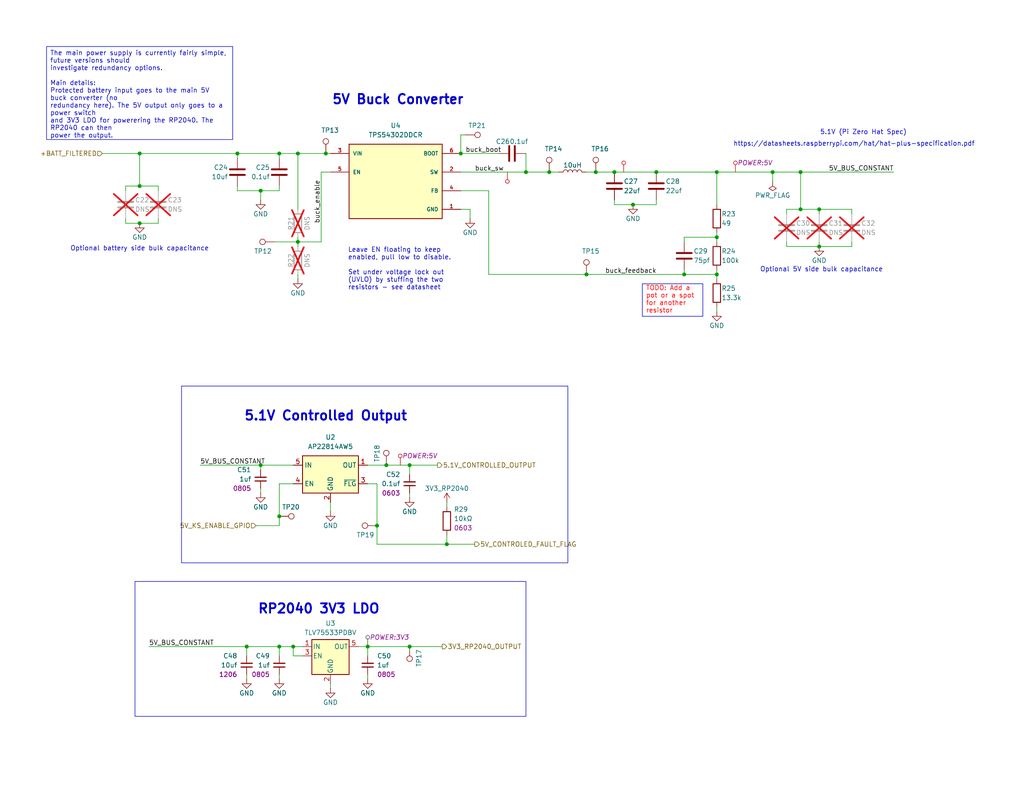
<source format=kicad_sch>
(kicad_sch (version 20250114) (generator "eeschema") (generator_version "9.0")
  (paper "A")
  (lib_symbols
    (symbol "Connector:TestPoint" (pin_numbers (hide yes)) (pin_names (offset 0.762) (hide yes))
      (property "Reference" "TP" (at 0 6.858 0))
      (property "Value" "TestPoint" (at 0 5.08 0))
      (symbol "TestPoint_0_1"
        (circle (center 0 3.302) (radius 0.762))
      )
      (symbol "TestPoint_1_1"
        (pin passive line (at 0 0 90) (length 2.54) (name "1") (number "1"))
      )
    )
    (symbol "Device:C" (pin_numbers (hide yes)) (pin_names (offset 0.254))
      (property "Reference" "C" (at 0.635 2.54 0))
      (property "Value" "C" (at 0.635 -2.54 0))
      (symbol "C_0_1"
        (polyline (pts (xy -2.032 0.762) (xy 2.032 0.762)) (stroke (width 0.508)))
        (polyline (pts (xy -2.032 -0.762) (xy 2.032 -0.762)) (stroke (width 0.508)))
      )
      (symbol "C_1_1"
        (pin passive line (at 0 3.81 270) (length 2.794) (name "~") (number "1"))
        (pin passive line (at 0 -3.81 90) (length 2.794) (name "~") (number "2"))
      )
    )
    (symbol "Device:C_Small" (pin_numbers (hide yes)) (pin_names (offset 0.254) (hide yes))
      (property "Reference" "C" (at 0.254 1.778 0))
      (property "Value" "C_Small" (at 0.254 -2.032 0))
      (symbol "C_Small_0_1"
        (polyline (pts (xy -1.524 0.508) (xy 1.524 0.508)) (stroke (width 0.3048)))
        (polyline (pts (xy -1.524 -0.508) (xy 1.524 -0.508)) (stroke (width 0.3302)))
      )
      (symbol "C_Small_1_1"
        (pin passive line (at 0 2.54 270) (length 2.032) (name "~") (number "1"))
        (pin passive line (at 0 -2.54 90) (length 2.032) (name "~") (number "2"))
      )
    )
    (symbol "Device:L" (pin_numbers (hide yes)) (pin_names (offset 1.016) (hide yes))
      (property "Reference" "L" (at -1.27 0 90))
      (property "Value" "L" (at 1.905 0 90))
      (symbol "L_0_1"
        (arc (start 0 2.54) (mid 0.6323 1.905) (end 0 1.27))
        (arc (start 0 1.27) (mid 0.6323 0.635) (end 0 0))
        (arc (start 0 0) (mid 0.6323 -0.635) (end 0 -1.27))
        (arc (start 0 -1.27) (mid 0.6323 -1.905) (end 0 -2.54))
      )
      (symbol "L_1_1"
        (pin passive line (at 0 3.81 270) (length 1.27) (name "1") (number "1"))
        (pin passive line (at 0 -3.81 90) (length 1.27) (name "2") (number "2"))
      )
    )
    (symbol "Device:R" (pin_numbers (hide yes)) (pin_names (offset 0))
      (property "Reference" "R" (at 2.032 0 90))
      (property "Value" "R" (at 0 0 90))
      (symbol "R_0_1"
        (rectangle (start -1.016 -2.54) (end 1.016 2.54) (stroke (width 0.254)))
      )
      (symbol "R_1_1"
        (pin passive line (at 0 3.81 270) (length 1.27) (name "~") (number "1"))
        (pin passive line (at 0 -3.81 90) (length 1.27) (name "~") (number "2"))
      )
    )
    (symbol "Power_Management:AP22814AW5"
      (property "Reference" "U" (at -7.62 -6.35 0))
      (property "Value" "AP22814AW5" (at -7.62 6.35 0))
      (symbol "AP22814AW5_0_1"
        (rectangle (start -7.62 5.08) (end 7.62 -5.08) (stroke (width 0.254)) (fill (type background)))
      )
      (symbol "AP22814AW5_1_1"
        (pin power_in line (at -10.16 2.54 0) (length 2.54) (name "IN") (number "5"))
        (pin input line (at -10.16 -2.54 0) (length 2.54) (name "EN") (number "4"))
        (pin power_in line (at 0 -7.62 90) (length 2.54) (name "GND") (number "2"))
        (pin power_out line (at 10.16 2.54 180) (length 2.54) (name "OUT") (number "1"))
        (pin open_collector line (at 10.16 -2.54 180) (length 2.54) (name "~{FLG}") (number "3"))
      )
    )
    (symbol "Regulator_Linear:TLV75533PDBV" (pin_names (offset 0.254))
      (property "Reference" "U" (at -3.81 5.715 0))
      (property "Value" "TLV75533PDBV" (at 0 5.715 0))
      (symbol "TLV75533PDBV_0_1"
        (rectangle (start -5.08 4.445) (end 5.08 -5.08) (stroke (width 0.254)) (fill (type background)))
      )
      (symbol "TLV75533PDBV_1_1"
        (pin power_in line (at -7.62 2.54 0) (length 2.54) (name "IN") (number "1"))
        (pin input line (at -7.62 0 0) (length 2.54) (name "EN") (number "3"))
        (pin power_in line (at 0 -7.62 90) (length 2.54) (name "GND") (number "2"))
        (pin no_connect line (at 5.08 0 180) (length 2.54) (hide yes) (name "NC") (number "4"))
        (pin power_out line (at 7.62 2.54 180) (length 2.54) (name "OUT") (number "5"))
      )
    )
    (symbol "power:+3V3" (power) (pin_numbers (hide yes)) (pin_names (offset 0) (hide yes))
      (property "Value" "+3V3" (at 0 3.556 0))
      (symbol "+3V3_0_1"
        (polyline (pts (xy -0.762 1.27) (xy 0 2.54)))
        (polyline (pts (xy 0 2.54) (xy 0.762 1.27)))
        (polyline (pts (xy 0 0) (xy 0 2.54)))
      )
      (symbol "+3V3_1_1"
        (pin power_in line (at 0 0 90) (length 0) (name "~") (number "1"))
      )
    )
    (symbol "power:GND" (power) (pin_numbers (hide yes)) (pin_names (offset 0) (hide yes))
      (property "Value" "GND" (at 0 -3.81 0))
      (symbol "GND_0_1"
        (polyline (pts (xy 0 0) (xy 0 -1.27) (xy 1.27 -1.27) (xy 0 -2.54) (xy -1.27 -1.27) (xy 0 -1.27)))
      )
      (symbol "GND_1_1"
        (pin power_in line (at 0 0 270) (length 0) (name "~") (number "1"))
      )
    )
    (symbol "power:PWR_FLAG" (power) (pin_numbers (hide yes)) (pin_names (offset 0) (hide yes))
      (property "Value" "PWR_FLAG" (at 0 3.81 0))
      (symbol "PWR_FLAG_0_0"
        (pin power_out line (at 0 0 90) (length 0) (name "~") (number "1"))
      )
      (symbol "PWR_FLAG_0_1"
        (polyline (pts (xy 0 0) (xy 0 1.27) (xy -1.016 1.905) (xy 0 2.54) (xy 1.016 1.905) (xy 0 1.27)))
      )
    )
    (symbol "project_symbols:TPS54302DDCR" (pin_names (offset 1.016))
      (property "Reference" "U" (at -12.7 11.16 0))
      (property "Value" "TPS54302DDCR" (at -12.7 -11.62 0))
      (symbol "TPS54302DDCR_0_0"
        (rectangle (start -12.7 -10.16) (end 12.7 10.16) (stroke (width 0.254)) (fill (type background)))
        (pin power_in line (at -17.78 7.62 0) (length 5.08) (name "VIN") (number "3"))
        (pin input line (at -17.78 2.54 0) (length 5.08) (name "EN") (number "5"))
        (pin output line (at 17.78 7.62 180) (length 5.08) (name "BOOT") (number "6"))
        (pin output line (at 17.78 2.54 180) (length 5.08) (name "SW") (number "2"))
        (pin input line (at 17.78 -2.54 180) (length 5.08) (name "FB") (number "4"))
        (pin power_in line (at 17.78 -7.62 180) (length 5.08) (name "GND") (number "1"))
      )
    )
  )
  (rectangle (start 36.83 158.75) (end 143.51 195.58))
  (rectangle (start 49.53 105.41) (end 154.94 153.67))
  (text "Optional battery side bulk capacitance" (at 38.1 67.945 0) (effects (font (size 1.27 1.27))))
  (text "5V Buck Converter" (at 108.585 27.305 0) (effects (font (size 2.54 2.54) (thickness 0.508) (bold yes))))
  (text "https://datasheets.raspberrypi.com/hat/hat-plus-specification.pdf" (at 233.045 39.37 0) (effects (font (size 1.27 1.27))))
  (text "5.1V (Pi Zero Hat Spec)" (at 235.585 36.195 0) (effects (font (size 1.27 1.27))))
  (text "RP2040 3V3 LDO" (at 86.995 166.37 0) (effects (font (size 2.54 2.54) (thickness 0.508) (bold yes))))
  (text "5.1V Controlled Output" (at 88.9 113.665 0) (effects (font (size 2.54 2.54) (thickness 0.508) (bold yes))))
  (text "Optional 5V side bulk capacitance" (at 224.155 73.66 0) (effects (font (size 1.27 1.27))))
  (text_box "The main power supply is currently fairly simple, future versions should\ninvestigate redundancy options.\n\nMain details:\nProtected battery input goes to the main 5V buck converter (no\nredundancy here). The 5V output only goes to a power switch\nand 3V3 LDO for powerering the RP2040. The RP2040 can then\npower the output." (at 12.7 12.7 0) (size 50.8 25.4) (margins 0.9525 0.9525 0.9525 0.9525) (effects (font (size 1.27 1.27)) (justify left top)))
  (text_box "Leave EN floating to keep enabled, pull low to disable.\n\nSet under voltage lock out (UVLO) by stuffing the two resistors - see datasheet" (at 93.98 66.04 0) (size 31.75 13.97) (margins 0.9524 0.9524 0.9524 0.9524) (stroke (width -0.0001)) (effects (font (size 1.27 1.27)) (justify left bottom)))
  (text_box "TODO: Add a pot or a spot for another resistor" (at 175.26 77.47 0) (size 16.51 8.89) (margins 0.9525 0.9525 0.9525 0.9525) (effects (font (size 1.27 1.27)) (justify left bottom)))
  (junction (at 76.2 41.91))
  (junction (at 102.87 143.51))
  (junction (at 71.12 127))
  (junction (at 67.31 176.53))
  (junction (at 179.07 46.99))
  (junction (at 172.72 55.88))
  (junction (at 111.76 127))
  (junction (at 100.33 176.53))
  (junction (at 143.51 46.99))
  (junction (at 64.77 41.91))
  (junction (at 76.2 176.53))
  (junction (at 125.73 41.91))
  (junction (at 80.01 176.53))
  (junction (at 38.1 41.91))
  (junction (at 210.82 46.99))
  (junction (at 149.86 46.99))
  (junction (at 81.28 41.91))
  (junction (at 81.28 66.04))
  (junction (at 162.56 46.99))
  (junction (at 223.52 57.15))
  (junction (at 38.1 60.96))
  (junction (at 71.12 52.07))
  (junction (at 218.44 57.15))
  (junction (at 195.58 74.93))
  (junction (at 88.9 41.91))
  (junction (at 76.2 140.97))
  (junction (at 111.76 176.53))
  (junction (at 218.44 46.99))
  (junction (at 195.58 64.77))
  (junction (at 195.58 46.99))
  (junction (at 167.64 46.99))
  (junction (at 160.02 74.93))
  (junction (at 186.69 74.93))
  (junction (at 38.1 50.8))
  (junction (at 223.52 67.31))
  (junction (at 121.92 148.59))
  (junction (at 105.41 127))
  (wire (pts (xy 162.56 46.99) (xy 167.64 46.99)))
  (wire (pts (xy 105.41 127) (xy 111.76 127)))
  (wire (pts (xy 80.01 176.53) (xy 82.55 176.53)))
  (wire (pts (xy 232.41 58.42) (xy 232.41 57.15)))
  (wire (pts (xy 27.94 41.91) (xy 38.1 41.91)))
  (wire (pts (xy 121.92 148.59) (xy 102.87 148.59)))
  (wire (pts (xy 195.58 73.66) (xy 195.58 74.93)))
  (wire (pts (xy 102.87 132.08) (xy 102.87 143.51)))
  (wire (pts (xy 133.35 74.93) (xy 160.02 74.93)))
  (wire (pts (xy 172.72 55.88) (xy 179.07 55.88)))
  (wire (pts (xy 38.1 41.91) (xy 38.1 50.8)))
  (wire (pts (xy 87.63 46.99) (xy 87.63 66.04)))
  (wire (pts (xy 127 36.83) (xy 125.73 36.83)))
  (wire (pts (xy 100.33 184.15) (xy 100.33 185.42)))
  (wire (pts (xy 223.52 66.04) (xy 223.52 67.31)))
  (wire (pts (xy 232.41 67.31) (xy 232.41 66.04)))
  (wire (pts (xy 76.2 176.53) (xy 76.2 179.07)))
  (wire (pts (xy 76.2 132.08) (xy 80.01 132.08)))
  (wire (pts (xy 34.29 50.8) (xy 38.1 50.8)))
  (wire (pts (xy 218.44 57.15) (xy 223.52 57.15)))
  (wire (pts (xy 54.61 127) (xy 71.12 127)))
  (wire (pts (xy 160.02 46.99) (xy 162.56 46.99)))
  (wire (pts (xy 100.33 127) (xy 105.41 127)))
  (wire (pts (xy 125.73 41.91) (xy 135.89 41.91)))
  (wire (pts (xy 76.2 52.07) (xy 76.2 50.8)))
  (wire (pts (xy 125.73 36.83) (xy 125.73 41.91)))
  (wire (pts (xy 71.12 52.07) (xy 64.77 52.07)))
  (wire (pts (xy 71.12 127) (xy 71.12 128.27)))
  (wire (pts (xy 214.63 57.15) (xy 214.63 58.42)))
  (wire (pts (xy 90.17 187.96) (xy 90.17 186.69)))
  (wire (pts (xy 81.28 64.77) (xy 81.28 66.04)))
  (wire (pts (xy 133.35 52.07) (xy 133.35 74.93)))
  (wire (pts (xy 111.76 127) (xy 111.76 129.54)))
  (wire (pts (xy 76.2 41.91) (xy 81.28 41.91)))
  (wire (pts (xy 74.93 66.04) (xy 81.28 66.04)))
  (wire (pts (xy 90.17 139.7) (xy 90.17 137.16)))
  (wire (pts (xy 67.31 185.42) (xy 67.31 184.15)))
  (wire (pts (xy 214.63 57.15) (xy 218.44 57.15)))
  (wire (pts (xy 160.02 74.93) (xy 186.69 74.93)))
  (wire (pts (xy 195.58 83.82) (xy 195.58 85.09)))
  (wire (pts (xy 186.69 74.93) (xy 195.58 74.93)))
  (wire (pts (xy 167.64 55.88) (xy 172.72 55.88)))
  (wire (pts (xy 64.77 41.91) (xy 76.2 41.91)))
  (wire (pts (xy 186.69 73.66) (xy 186.69 74.93)))
  (wire (pts (xy 186.69 64.77) (xy 195.58 64.77)))
  (wire (pts (xy 100.33 179.07) (xy 100.33 176.53)))
  (wire (pts (xy 76.2 140.97) (xy 76.2 132.08)))
  (wire (pts (xy 111.76 176.53) (xy 120.65 176.53)))
  (wire (pts (xy 218.44 46.99) (xy 218.44 57.15)))
  (wire (pts (xy 143.51 46.99) (xy 149.86 46.99)))
  (wire (pts (xy 223.52 57.15) (xy 223.52 58.42)))
  (wire (pts (xy 43.18 50.8) (xy 43.18 52.07)))
  (wire (pts (xy 223.52 57.15) (xy 232.41 57.15)))
  (wire (pts (xy 69.85 143.51) (xy 76.2 143.51)))
  (wire (pts (xy 38.1 50.8) (xy 43.18 50.8)))
  (wire (pts (xy 81.28 41.91) (xy 88.9 41.91)))
  (wire (pts (xy 179.07 55.88) (xy 179.07 54.61)))
  (wire (pts (xy 111.76 135.89) (xy 111.76 134.62)))
  (wire (pts (xy 38.1 60.96) (xy 43.18 60.96)))
  (wire (pts (xy 71.12 133.35) (xy 71.12 134.62)))
  (wire (pts (xy 214.63 67.31) (xy 223.52 67.31)))
  (wire (pts (xy 195.58 46.99) (xy 210.82 46.99)))
  (wire (pts (xy 76.2 143.51) (xy 76.2 140.97)))
  (wire (pts (xy 149.86 46.99) (xy 152.4 46.99)))
  (wire (pts (xy 121.92 146.05) (xy 121.92 148.59)))
  (wire (pts (xy 210.82 46.99) (xy 218.44 46.99)))
  (wire (pts (xy 195.58 63.5) (xy 195.58 64.77)))
  (wire (pts (xy 179.07 46.99) (xy 195.58 46.99)))
  (wire (pts (xy 100.33 132.08) (xy 102.87 132.08)))
  (wire (pts (xy 143.51 46.99) (xy 143.51 41.91)))
  (wire (pts (xy 128.27 57.15) (xy 128.27 59.69)))
  (wire (pts (xy 125.73 57.15) (xy 128.27 57.15)))
  (wire (pts (xy 223.52 67.31) (xy 232.41 67.31)))
  (wire (pts (xy 210.82 49.53) (xy 210.82 46.99)))
  (wire (pts (xy 195.58 46.99) (xy 195.58 55.88)))
  (wire (pts (xy 87.63 46.99) (xy 90.17 46.99)))
  (wire (pts (xy 81.28 76.2) (xy 81.28 74.93)))
  (wire (pts (xy 102.87 143.51) (xy 102.87 148.59)))
  (wire (pts (xy 76.2 184.15) (xy 76.2 185.42)))
  (wire (pts (xy 67.31 176.53) (xy 76.2 176.53)))
  (wire (pts (xy 100.33 176.53) (xy 111.76 176.53)))
  (wire (pts (xy 88.9 41.91) (xy 90.17 41.91)))
  (wire (pts (xy 34.29 50.8) (xy 34.29 52.07)))
  (wire (pts (xy 218.44 46.99) (xy 243.84 46.99)))
  (wire (pts (xy 167.64 55.88) (xy 167.64 54.61)))
  (wire (pts (xy 40.64 176.53) (xy 67.31 176.53)))
  (wire (pts (xy 125.73 46.99) (xy 143.51 46.99)))
  (wire (pts (xy 76.2 43.18) (xy 76.2 41.91)))
  (wire (pts (xy 34.29 59.69) (xy 34.29 60.96)))
  (wire (pts (xy 186.69 66.04) (xy 186.69 64.77)))
  (wire (pts (xy 81.28 41.91) (xy 81.28 57.15)))
  (wire (pts (xy 81.28 66.04) (xy 87.63 66.04)))
  (wire (pts (xy 195.58 74.93) (xy 195.58 76.2)))
  (wire (pts (xy 121.92 148.59) (xy 129.54 148.59)))
  (wire (pts (xy 71.12 54.61) (xy 71.12 52.07)))
  (wire (pts (xy 167.64 46.99) (xy 179.07 46.99)))
  (wire (pts (xy 81.28 66.04) (xy 81.28 67.31)))
  (wire (pts (xy 76.2 52.07) (xy 71.12 52.07)))
  (wire (pts (xy 64.77 43.18) (xy 64.77 41.91)))
  (wire (pts (xy 97.79 176.53) (xy 100.33 176.53)))
  (wire (pts (xy 80.01 179.07) (xy 80.01 176.53)))
  (wire (pts (xy 38.1 41.91) (xy 64.77 41.91)))
  (wire (pts (xy 82.55 179.07) (xy 80.01 179.07)))
  (wire (pts (xy 64.77 52.07) (xy 64.77 50.8)))
  (wire (pts (xy 195.58 64.77) (xy 195.58 66.04)))
  (wire (pts (xy 133.35 52.07) (xy 125.73 52.07)))
  (wire (pts (xy 43.18 59.69) (xy 43.18 60.96)))
  (wire (pts (xy 34.29 60.96) (xy 38.1 60.96)))
  (wire (pts (xy 67.31 176.53) (xy 67.31 179.07)))
  (wire (pts (xy 214.63 66.04) (xy 214.63 67.31)))
  (wire (pts (xy 111.76 127) (xy 119.38 127)))
  (wire (pts (xy 80.01 127) (xy 71.12 127)))
  (wire (pts (xy 121.92 137.16) (xy 121.92 138.43)))
  (wire (pts (xy 76.2 176.53) (xy 80.01 176.53)))
  (label "5V_BUS_CONSTANT" (at 243.84 46.99 180))
  (label "buck_boot" (at 127 41.91 0))
  (label "buck_sw" (at 129.54 46.99 0))
  (label "5V_BUS_CONSTANT" (at 40.64 176.53 0))
  (label "buck_feedback" (at 165.1 74.93 0))
  (label "5V_BUS_CONSTANT" (at 54.61 127 0))
  (label "buck_enable" (at 87.63 60.96 90))
  (hierarchical_label "3V3_RP2040_OUTPUT" (shape output) (at 120.65 176.53 0))
  (hierarchical_label "5.1V_CONTROLLED_OUTPUT" (shape output) (at 119.38 127 0))
  (hierarchical_label "+BATT_FILTERED" (shape input) (at 27.94 41.91 180))
  (hierarchical_label "5V_KS_ENABLE_GPIO" (shape input) (at 69.85 143.51 180))
  (hierarchical_label "5V_CONTROLED_FAULT_FLAG" (shape output) (at 129.54 148.59 0))
  (netclass_flag "" (length 2.54) (shape round) (at 109.22 127 0) (property "Netclass" "POWER:5V" (at 109.728 124.46 0) (effects (font (italic yes)) (justify left))))
  (netclass_flag "" (length 2.54) (shape round) (at 170.18 46.99 0) (property "Netclass" "POWER:5V" (effects (hide yes))))
  (netclass_flag "" (length 2.54) (shape round) (at 138.43 46.99 180) (property "Netclass" "POWER:5V" (effects (hide yes))))
  (netclass_flag "" (length 2.54) (shape round) (at 200.66 46.99 0) (property "Netclass" "POWER:5V" (at 201.168 44.45 0) (effects (font (italic yes)) (justify left))))
  (netclass_flag "" (length 2.54) (shape round) (at 100.33 176.53 0) (property "Netclass" "POWER:3V3" (at 100.838 173.99 0) (effects (font (italic yes)) (justify left))))
  (symbol (lib_id "Device:R") (at 195.58 69.85 0) (unit 1)
    (property "Reference" "R24" (at 196.85 68.58 0) (effects (justify left)))
    (property "Value" "100k" (at 196.85 71.12 0) (effects (justify left)))
    (property "Footprint" "Resistor_SMD:R_0603_1608Metric_Pad0.98x0.95mm_HandSolder" (effects (hide yes)))
    (property "Datasheet" "RMCF0603FT100K" (effects (hide yes)))
    (property "Description" "Resistor" (effects (hide yes)))
  )
  (symbol (lib_id "Connector:TestPoint") (at 111.76 176.53 0) (mirror x) (unit 1)
    (property "Reference" "TP17" (at 114.3 179.705 90))
    (property "Value" "TestPoint" (effects (hide yes)))
    (property "Footprint" "TestPoint:TestPoint_Pad_D1.0mm" (effects (hide yes)))
    (property "Datasheet" "n/a" (effects (hide yes)))
    (property "Description" "test point" (effects (hide yes)))
  )
  (symbol (lib_id "Device:C") (at 186.69 69.85 0) (unit 1)
    (property "Reference" "C29" (at 189.23 68.58 0) (effects (justify left)))
    (property "Value" "75pf" (at 189.23 71.12 0) (effects (justify left)))
    (property "Footprint" "Capacitor_SMD:C_0603_1608Metric_Pad1.08x0.95mm_HandSolder" (effects (hide yes)))
    (property "Datasheet" "CC0603JRNPO9BN750" (effects (hide yes)))
    (property "Description" "Unpolarized capacitor" (effects (hide yes)))
  )
  (symbol (lib_id "Device:C_Small") (at 100.33 181.61 180) (unit 1)
    (property "Reference" "C50" (at 102.87 179.07 0) (effects (justify right)))
    (property "Value" "1uf" (at 102.87 181.61 0) (effects (justify right)))
    (property "Datasheet" "n/a" (effects (hide yes)))
    (property "Description" "Unpolarized capacitor, small symbol" (effects (hide yes)))
    (property "Size" "0805" (at 102.87 184.15 0) (effects (justify right)))
  )
  (symbol (lib_id "Device:C") (at 214.63 62.23 0) (unit 1) (dnp yes)
    (property "Reference" "C30" (at 217.17 60.96 0) (effects (justify left)))
    (property "Value" "DNS" (at 217.17 63.5 0) (effects (justify left)))
    (property "Footprint" "Capacitor_SMD:C_1210_3225Metric_Pad1.33x2.70mm_HandSolder" (effects (hide yes)))
    (property "Datasheet" "n/a" (effects (hide yes)))
    (property "Description" "Unpolarized capacitor" (effects (hide yes)))
  )
  (symbol (lib_id "Device:R") (at 81.28 60.96 180) (unit 1) (dnp yes)
    (property "Reference" "R21" (at 79.375 60.96 90))
    (property "Value" "DNS" (at 83.82 60.96 90))
    (property "Footprint" "Resistor_SMD:R_0603_1608Metric_Pad0.98x0.95mm_HandSolder" (effects (hide yes)))
    (property "Datasheet" "n/a" (effects (hide yes)))
    (property "Description" "Resistor" (effects (hide yes)))
  )
  (symbol (lib_id "Connector:TestPoint") (at 76.2 140.97 270) (mirror x) (unit 1)
    (property "Reference" "TP20" (at 79.375 138.43 90))
    (property "Value" "TestPoint" (effects (hide yes)))
    (property "Footprint" "TestPoint:TestPoint_Pad_D1.0mm" (effects (hide yes)))
    (property "Datasheet" "n/a" (effects (hide yes)))
    (property "Description" "test point" (effects (hide yes)))
  )
  (symbol (lib_id "Device:R") (at 121.92 142.24 0) (unit 1)
    (property "Reference" "R29" (at 123.825 139.065 0) (effects (justify left)))
    (property "Value" "10kΩ" (at 123.825 141.605 0) (effects (justify left)))
    (property "Footprint" "Resistor_SMD:R_0603_1608Metric" (effects (hide yes)))
    (property "Description" "Resistor" (effects (hide yes)))
    (property "Size" "0603" (at 123.825 144.145 0) (effects (justify left)))
  )
  (symbol (lib_id "Device:C") (at 139.7 41.91 90) (unit 1)
    (property "Reference" "C26" (at 135.255 39.37 90) (effects (justify right top)))
    (property "Value" "0.1uf" (at 144.145 39.37 90) (effects (justify left top)))
    (property "Footprint" "Capacitor_SMD:C_0603_1608Metric_Pad1.08x0.95mm_HandSolder" (effects (hide yes)))
    (property "Datasheet" "CL10B104KB8NNWC" (effects (hide yes)))
    (property "Description" "Unpolarized capacitor" (effects (hide yes)))
  )
  (symbol (lib_id "Device:R") (at 195.58 80.01 0) (unit 1)
    (property "Reference" "R25" (at 196.85 78.74 0) (effects (justify left)))
    (property "Value" "13.3k" (at 196.85 81.28 0) (effects (justify left)))
    (property "Footprint" "Resistor_SMD:R_0603_1608Metric_Pad0.98x0.95mm_HandSolder" (effects (hide yes)))
    (property "Datasheet" "RMCF0603FT13K3" (effects (hide yes)))
    (property "Description" "Resistor" (effects (hide yes)))
  )
  (symbol (lib_id "power:GND") (at 81.28 76.2 0) (unit 1)
    (property "Reference" "#PWR0105" (effects (hide yes)))
    (property "Value" "GND" (at 81.28 80.01 0))
    (property "Description" "Power symbol creates a global label with name \"GND\" , ground" (effects (hide yes)))
  )
  (symbol (lib_id "power:GND") (at 71.12 54.61 0) (unit 1)
    (property "Reference" "#PWR0107" (effects (hide yes)))
    (property "Value" "GND" (at 71.12 58.42 0))
    (property "Description" "Power symbol creates a global label with name \"GND\" , ground" (effects (hide yes)))
  )
  (symbol (lib_id "power:GND") (at 67.31 185.42 0) (unit 1)
    (property "Reference" "#PWR042" (effects (hide yes)))
    (property "Value" "GND" (at 67.31 189.23 0))
    (property "Description" "Power symbol creates a global label with name \"GND\" , ground" (effects (hide yes)))
  )
  (symbol (lib_id "Device:C") (at 167.64 50.8 0) (unit 1)
    (property "Reference" "C27" (at 170.18 49.53 0) (effects (justify left)))
    (property "Value" "22uf" (at 170.18 52.07 0) (effects (justify left)))
    (property "Footprint" "Capacitor_SMD:C_1210_3225Metric" (effects (hide yes)))
    (property "Datasheet" "~CL32A226MAJNNNE" (effects (hide yes)))
    (property "Description" "Unpolarized capacitor" (effects (hide yes)))
  )
  (symbol (lib_id "power:GND") (at 128.27 59.69 0) (unit 1)
    (property "Reference" "#PWR0106" (effects (hide yes)))
    (property "Value" "GND" (at 128.27 63.5 0))
    (property "Description" "Power symbol creates a global label with name \"GND\" , ground" (effects (hide yes)))
  )
  (symbol (lib_id "Device:C_Small") (at 71.12 130.81 0) (mirror x) (unit 1)
    (property "Reference" "C51" (at 68.58 128.27 0) (effects (justify right)))
    (property "Value" "1uf" (at 68.58 130.81 0) (effects (justify right)))
    (property "Datasheet" "n/a" (effects (hide yes)))
    (property "Description" "Unpolarized capacitor, small symbol" (effects (hide yes)))
    (property "Size" "0805" (at 68.58 133.35 0) (effects (justify right)))
  )
  (symbol (lib_id "Device:C") (at 76.2 46.99 0) (mirror y) (unit 1)
    (property "Reference" "C25" (at 73.66 45.72 0) (effects (justify left)))
    (property "Value" "0.1uf" (at 73.66 48.26 0) (effects (justify left)))
    (property "Footprint" "Capacitor_SMD:C_0603_1608Metric_Pad1.08x0.95mm_HandSolder" (effects (hide yes)))
    (property "Datasheet" "CL10B104KB8NNWC" (effects (hide yes)))
    (property "Description" "Unpolarized capacitor" (effects (hide yes)))
  )
  (symbol (lib_id "power:GND") (at 38.1 60.96 0) (unit 1)
    (property "Reference" "#PWR0101" (effects (hide yes)))
    (property "Value" "GND" (at 38.1 64.77 0))
    (property "Description" "Power symbol creates a global label with name \"GND\" , ground" (effects (hide yes)))
  )
  (symbol (lib_id "power:GND") (at 223.52 67.31 0) (unit 1)
    (property "Reference" "#PWR0102" (effects (hide yes)))
    (property "Value" "GND" (at 223.52 71.12 0))
    (property "Description" "Power symbol creates a global label with name \"GND\" , ground" (effects (hide yes)))
  )
  (symbol (lib_id "Device:C_Small") (at 76.2 181.61 0) (mirror x) (unit 1)
    (property "Reference" "C49" (at 73.66 179.07 0) (effects (justify right)))
    (property "Value" "1uf" (at 73.66 181.61 0) (effects (justify right)))
    (property "Datasheet" "n/a" (effects (hide yes)))
    (property "Description" "Unpolarized capacitor, small symbol" (effects (hide yes)))
    (property "Size" "0805" (at 73.66 184.15 0) (effects (justify right)))
  )
  (symbol (lib_id "Connector:TestPoint") (at 102.87 143.51 90) (mirror x) (unit 1)
    (property "Reference" "TP19" (at 99.695 146.05 90))
    (property "Value" "TestPoint" (effects (hide yes)))
    (property "Footprint" "TestPoint:TestPoint_Pad_D1.0mm" (effects (hide yes)))
    (property "Datasheet" "n/a" (effects (hide yes)))
    (property "Description" "test point" (effects (hide yes)))
  )
  (symbol (lib_id "Device:C") (at 223.52 62.23 0) (unit 1) (dnp yes)
    (property "Reference" "C31" (at 226.06 60.96 0) (effects (justify left)))
    (property "Value" "DNS" (at 226.06 63.5 0) (effects (justify left)))
    (property "Footprint" "Capacitor_SMD:C_1210_3225Metric_Pad1.33x2.70mm_HandSolder" (effects (hide yes)))
    (property "Datasheet" "n/a" (effects (hide yes)))
    (property "Description" "Unpolarized capacitor" (effects (hide yes)))
  )
  (symbol (lib_id "Device:C") (at 34.29 55.88 0) (unit 1) (dnp yes)
    (property "Reference" "C22" (at 36.83 54.61 0) (effects (justify left)))
    (property "Value" "DNS" (at 36.83 57.15 0) (effects (justify left)))
    (property "Footprint" "Capacitor_SMD:C_1210_3225Metric_Pad1.33x2.70mm_HandSolder" (effects (hide yes)))
    (property "Datasheet" "n/a" (effects (hide yes)))
    (property "Description" "Unpolarized capacitor" (effects (hide yes)))
  )
  (symbol (lib_id "power:GND") (at 71.12 134.62 0) (unit 1)
    (property "Reference" "#PWR068" (effects (hide yes)))
    (property "Value" "GND" (at 71.12 138.43 0))
    (property "Description" "Power symbol creates a global label with name \"GND\" , ground" (effects (hide yes)))
  )
  (symbol (lib_id "Connector:TestPoint") (at 105.41 127 0) (mirror y) (unit 1)
    (property "Reference" "TP18" (at 102.87 123.825 90))
    (property "Value" "TestPoint" (effects (hide yes)))
    (property "Footprint" "TestPoint:TestPoint_Pad_D1.0mm" (effects (hide yes)))
    (property "Datasheet" "n/a" (effects (hide yes)))
    (property "Description" "test point" (effects (hide yes)))
  )
  (symbol (lib_id "Device:R") (at 195.58 59.69 0) (unit 1)
    (property "Reference" "R23" (at 196.85 58.42 0) (effects (justify left)))
    (property "Value" "49" (at 196.85 60.96 0) (effects (justify left)))
    (property "Footprint" "Resistor_SMD:R_0603_1608Metric_Pad0.98x0.95mm_HandSolder" (effects (hide yes)))
    (property "Datasheet" "RMCF0603FT49K9" (effects (hide yes)))
    (property "Description" "Resistor" (effects (hide yes)))
  )
  (symbol (lib_id "Connector:TestPoint") (at 88.9 41.91 0) (unit 1)
    (property "Reference" "TP13" (at 87.63 35.56 0) (effects (justify left)))
    (property "Value" "TestPoint" (effects (hide yes)))
    (property "Description" "test point" (effects (hide yes)))
  )
  (symbol (lib_id "project_symbols:TPS54302DDCR") (at 107.95 49.53 0) (unit 1)
    (property "Reference" "U4" (at 107.95 34.29 0))
    (property "Value" "TPS54302DDCR" (at 107.95 36.83 0))
    (property "Footprint" "footprints:SOT95P280X110-6N" (effects (hide yes)))
    (property "Datasheet" "TPS54302DDCR" (effects (hide yes)))
    (property "PARTREV" "A" (effects (hide yes)))
    (property "STANDARD" "IPC-7351B" (effects (hide yes)))
    (property "MAXIMUM_PACKAGE_HEIGHT" "1.10 mm" (effects (hide yes)))
    (property "MANUFACTURER" "Texas Instruments" (effects (hide yes)))
    (property "Unit Price" "1.06" (effects (hide yes)))
  )
  (symbol (lib_id "power:GND") (at 111.76 135.89 0) (unit 1)
    (property "Reference" "#PWR070" (effects (hide yes)))
    (property "Value" "GND" (at 111.76 139.7 0))
    (property "Description" "Power symbol creates a global label with name \"GND\" , ground" (effects (hide yes)))
  )
  (symbol (lib_id "Power_Management:AP22814AW5") (at 90.17 129.54 0) (unit 1)
    (property "Reference" "U2" (at 90.17 119.38 0))
    (property "Value" "AP22814AW5" (at 90.17 121.92 0))
    (property "Footprint" "Package_TO_SOT_SMD:SOT-23-5" (effects (hide yes)))
    (property "Datasheet" "https://www.diodes.com/assets/Datasheets/AP22804_14.pdf" (effects (hide yes)))
    (property "Description" "Current limited 3A power switch, single channel, SOT-23-5" (effects (hide yes)))
  )
  (symbol (lib_id "Device:C") (at 43.18 55.88 0) (unit 1) (dnp yes)
    (property "Reference" "C23" (at 45.72 54.61 0) (effects (justify left)))
    (property "Value" "DNS" (at 45.72 57.15 0) (effects (justify left)))
    (property "Footprint" "Capacitor_SMD:C_1210_3225Metric_Pad1.33x2.70mm_HandSolder" (effects (hide yes)))
    (property "Datasheet" "n/a" (effects (hide yes)))
    (property "Description" "Unpolarized capacitor" (effects (hide yes)))
  )
  (symbol (lib_id "power:GND") (at 90.17 139.7 0) (unit 1)
    (property "Reference" "#PWR071" (effects (hide yes)))
    (property "Value" "GND" (at 90.17 143.51 0))
    (property "Description" "Power symbol creates a global label with name \"GND\" , ground" (effects (hide yes)))
  )
  (symbol (lib_id "Device:C") (at 232.41 62.23 0) (unit 1) (dnp yes)
    (property "Reference" "C32" (at 234.95 60.96 0) (effects (justify left)))
    (property "Value" "DNS" (at 234.95 63.5 0) (effects (justify left)))
    (property "Footprint" "Capacitor_SMD:C_1210_3225Metric_Pad1.33x2.70mm_HandSolder" (effects (hide yes)))
    (property "Datasheet" "n/a" (effects (hide yes)))
    (property "Description" "Unpolarized capacitor" (effects (hide yes)))
  )
  (symbol (lib_id "power:GND") (at 195.58 85.09 0) (unit 1)
    (property "Reference" "#PWR0104" (effects (hide yes)))
    (property "Value" "GND" (at 195.58 88.9 0))
    (property "Description" "Power symbol creates a global label with name \"GND\" , ground" (effects (hide yes)))
  )
  (symbol (lib_id "power:GND") (at 90.17 187.96 0) (unit 1)
    (property "Reference" "#PWR046" (effects (hide yes)))
    (property "Value" "GND" (at 90.17 191.77 0))
    (property "Description" "Power symbol creates a global label with name \"GND\" , ground" (effects (hide yes)))
  )
  (symbol (lib_id "Regulator_Linear:TLV75533PDBV") (at 90.17 179.07 0) (unit 1)
    (property "Reference" "U3" (at 90.17 170.18 0))
    (property "Value" "TLV75533PDBV" (at 90.17 172.72 0))
    (property "Footprint" "Package_TO_SOT_SMD:SOT-23-5" (effects (hide yes)))
    (property "Datasheet" "http://www.ti.com/lit/ds/symlink/tlv755p.pdf" (effects (hide yes)))
    (property "Description" "500mA Low Dropout Voltage Regulator, Fixed Output 3.3V, SOT-23-5" (effects (hide yes)))
  )
  (symbol (lib_id "Connector:TestPoint") (at 74.93 66.04 90) (mirror x) (unit 1)
    (property "Reference" "TP12" (at 71.755 68.58 90))
    (property "Value" "TestPoint" (effects (hide yes)))
    (property "Footprint" "TestPoint:TestPoint_Pad_D1.0mm" (effects (hide yes)))
    (property "Datasheet" "n/a" (effects (hide yes)))
    (property "Description" "test point" (effects (hide yes)))
  )
  (symbol (lib_id "Connector:TestPoint") (at 162.56 46.99 0) (unit 1)
    (property "Reference" "TP16" (at 161.29 40.64 0) (effects (justify left)))
    (property "Value" "TestPoint" (effects (hide yes)))
    (property "Description" "test point" (effects (hide yes)))
  )
  (symbol (lib_id "power:GND") (at 172.72 55.88 0) (mirror y) (unit 1)
    (property "Reference" "#PWR0103" (effects (hide yes)))
    (property "Value" "GND" (at 172.72 59.69 0))
    (property "Description" "Power symbol creates a global label with name \"GND\" , ground" (effects (hide yes)))
  )
  (symbol (lib_id "Connector:TestPoint") (at 127 36.83 270) (mirror x) (unit 1)
    (property "Reference" "TP21" (at 130.175 34.29 90))
    (property "Value" "TestPoint" (effects (hide yes)))
    (property "Footprint" "TestPoint:TestPoint_Pad_D1.0mm" (effects (hide yes)))
    (property "Datasheet" "n/a" (effects (hide yes)))
    (property "Description" "test point" (effects (hide yes)))
  )
  (symbol (lib_id "Device:C_Small") (at 67.31 181.61 0) (mirror x) (unit 1)
    (property "Reference" "C48" (at 64.77 179.07 0) (effects (justify right)))
    (property "Value" "10uf" (at 64.77 181.61 0) (effects (justify right)))
    (property "Footprint" "Capacitor_SMD:C_1206_3216Metric" (effects (hide yes)))
    (property "Datasheet" "n/a" (effects (hide yes)))
    (property "Description" "Unpolarized capacitor, small symbol" (effects (hide yes)))
    (property "Size" "1206" (at 64.77 184.15 0) (effects (justify right)))
  )
  (symbol (lib_id "power:GND") (at 100.33 185.42 0) (mirror y) (unit 1)
    (property "Reference" "#PWR051" (effects (hide yes)))
    (property "Value" "GND" (at 100.33 189.23 0))
    (property "Description" "Power symbol creates a global label with name \"GND\" , ground" (effects (hide yes)))
  )
  (symbol (lib_id "Device:C_Small") (at 111.76 132.08 0) (mirror x) (unit 1)
    (property "Reference" "C52" (at 109.22 129.54 0) (effects (justify right)))
    (property "Value" "0.1uf" (at 109.22 132.08 0) (effects (justify right)))
    (property "Datasheet" "n/a" (effects (hide yes)))
    (property "Description" "Unpolarized capacitor, small symbol" (effects (hide yes)))
    (property "Size" "0603" (at 109.22 134.62 0) (effects (justify right)))
  )
  (symbol (lib_id "power:GND") (at 76.2 185.42 0) (unit 1)
    (property "Reference" "#PWR045" (effects (hide yes)))
    (property "Value" "GND" (at 76.2 189.23 0))
    (property "Description" "Power symbol creates a global label with name \"GND\" , ground" (effects (hide yes)))
  )
  (symbol (lib_id "Connector:TestPoint") (at 149.86 46.99 0) (unit 1)
    (property "Reference" "TP14" (at 148.59 40.64 0) (effects (justify left)))
    (property "Value" "TestPoint" (effects (hide yes)))
    (property "Description" "test point" (effects (hide yes)))
  )
  (symbol (lib_id "Device:C") (at 64.77 46.99 0) (mirror y) (unit 1)
    (property "Reference" "C24" (at 62.23 45.72 0) (effects (justify left)))
    (property "Value" "10uf" (at 62.23 48.26 0) (effects (justify left)))
    (property "Footprint" "Capacitor_SMD:C_1210_3225Metric" (effects (hide yes)))
    (property "Datasheet" "CL32B106KBJNNNE" (effects (hide yes)))
    (property "Description" "Unpolarized capacitor" (effects (hide yes)))
  )
  (symbol (lib_id "power:PWR_FLAG") (at 210.82 49.53 180) (unit 1)
    (property "Reference" "#FLG0101" (effects (hide yes)))
    (property "Value" "PWR_FLAG" (at 210.82 53.34 0))
    (property "Description" "Special symbol for telling ERC where power comes from" (effects (hide yes)))
  )
  (symbol (lib_id "Device:R") (at 81.28 71.12 180) (unit 1) (dnp yes)
    (property "Reference" "R22" (at 79.375 71.12 90))
    (property "Value" "DNS" (at 83.82 71.12 90))
    (property "Footprint" "Resistor_SMD:R_0603_1608Metric_Pad0.98x0.95mm_HandSolder" (effects (hide yes)))
    (property "Datasheet" "n/a" (effects (hide yes)))
    (property "Description" "Resistor" (effects (hide yes)))
  )
  (symbol (lib_id "Connector:TestPoint") (at 160.02 74.93 0) (unit 1)
    (property "Reference" "TP15" (at 158.75 68.58 0) (effects (justify left)))
    (property "Value" "TestPoint" (effects (hide yes)))
    (property "Description" "test point" (effects (hide yes)))
  )
  (symbol (lib_id "power:+3V3") (at 121.92 137.16 0) (unit 1)
    (property "Reference" "#PWR069" (effects (hide yes)))
    (property "Value" "3V3_RP2040" (at 121.92 133.35 0))
    (property "Description" "3V3_RP2040" (effects (hide yes)))
  )
  (symbol (lib_id "Device:L") (at 156.21 46.99 270) (mirror x) (unit 1)
    (property "Reference" "L1" (effects (hide yes)))
    (property "Value" "10uH" (at 156.21 45.085 90))
    (property "Footprint" "footprints:IND_SRU1048-100Y" (effects (hide yes)))
    (property "Datasheet" "SRU1048A-100Y" (effects (hide yes)))
    (property "Description" "Inductor" (effects (hide yes)))
  )
  (symbol (lib_id "Device:C") (at 179.07 50.8 0) (unit 1)
    (property "Reference" "C28" (at 181.61 49.53 0) (effects (justify left)))
    (property "Value" "22uf" (at 181.61 52.07 0) (effects (justify left)))
    (property "Footprint" "Capacitor_SMD:C_1210_3225Metric" (effects (hide yes)))
    (property "Datasheet" "~CL32A226MAJNNNE" (effects (hide yes)))
    (property "Description" "Unpolarized capacitor" (effects (hide yes)))
  )
)
</source>
